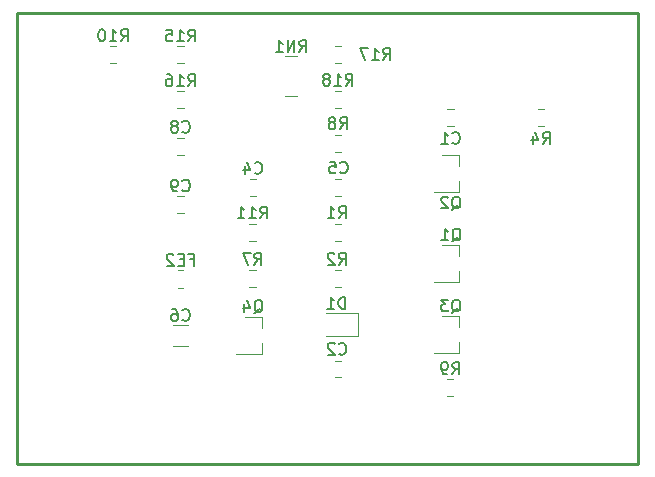
<source format=gbr>
G04 #@! TF.GenerationSoftware,KiCad,Pcbnew,5.1.9+dfsg1-1+deb11u1*
G04 #@! TF.CreationDate,2023-08-08T20:31:31+02:00*
G04 #@! TF.ProjectId,oprog_minimal,6f70726f-675f-46d6-996e-696d616c2e6b,rev?*
G04 #@! TF.SameCoordinates,PXa8d62b0PY5f13998*
G04 #@! TF.FileFunction,Legend,Bot*
G04 #@! TF.FilePolarity,Positive*
%FSLAX46Y46*%
G04 Gerber Fmt 4.6, Leading zero omitted, Abs format (unit mm)*
G04 Created by KiCad (PCBNEW 5.1.9+dfsg1-1+deb11u1) date 2023-08-08 20:31:31*
%MOMM*%
%LPD*%
G01*
G04 APERTURE LIST*
%ADD10C,0.240000*%
%ADD11C,0.120000*%
%ADD12C,0.150000*%
G04 APERTURE END LIST*
D10*
X254000Y-38481000D02*
X254000Y-254000D01*
X52832000Y-38481000D02*
X254000Y-38481000D01*
X52832000Y-254000D02*
X52832000Y-38481000D01*
X254000Y-254000D02*
X52832000Y-254000D01*
D11*
X13869936Y-22074200D02*
X14324064Y-22074200D01*
X13869936Y-23544200D02*
X14324064Y-23544200D01*
X27204936Y-6885000D02*
X27659064Y-6885000D01*
X27204936Y-8355000D02*
X27659064Y-8355000D01*
X27659064Y-4545000D02*
X27204936Y-4545000D01*
X27659064Y-3075000D02*
X27204936Y-3075000D01*
X37717000Y-19933800D02*
X36257000Y-19933800D01*
X37717000Y-23093800D02*
X35557000Y-23093800D01*
X37717000Y-23093800D02*
X37717000Y-22163800D01*
X37717000Y-19933800D02*
X37717000Y-20863800D01*
X23944200Y-7318800D02*
X22944200Y-7318800D01*
X23944200Y-3958800D02*
X22944200Y-3958800D01*
X37190178Y-32714000D02*
X36673022Y-32714000D01*
X37190178Y-31294000D02*
X36673022Y-31294000D01*
X27690578Y-12013000D02*
X27173422Y-12013000D01*
X27690578Y-10593000D02*
X27173422Y-10593000D01*
X14699064Y-26674400D02*
X13494936Y-26674400D01*
X14699064Y-28494400D02*
X13494936Y-28494400D01*
X20451578Y-18136800D02*
X19934422Y-18136800D01*
X20451578Y-19556800D02*
X19934422Y-19556800D01*
X27690578Y-29706500D02*
X27173422Y-29706500D01*
X27690578Y-31126500D02*
X27173422Y-31126500D01*
X36698422Y-9854000D02*
X37215578Y-9854000D01*
X36698422Y-8434000D02*
X37215578Y-8434000D01*
X19959822Y-15759500D02*
X20476978Y-15759500D01*
X19959822Y-14339500D02*
X20476978Y-14339500D01*
X27173422Y-15746800D02*
X27690578Y-15746800D01*
X27173422Y-14326800D02*
X27690578Y-14326800D01*
X14355578Y-10847000D02*
X13838422Y-10847000D01*
X14355578Y-12267000D02*
X13838422Y-12267000D01*
X14355578Y-15800000D02*
X13838422Y-15800000D01*
X14355578Y-17220000D02*
X13838422Y-17220000D01*
X26432000Y-25684600D02*
X29117000Y-25684600D01*
X29117000Y-25684600D02*
X29117000Y-27604600D01*
X29117000Y-27604600D02*
X26432000Y-27604600D01*
X37717000Y-12313800D02*
X37717000Y-13243800D01*
X37717000Y-15473800D02*
X37717000Y-14543800D01*
X37717000Y-15473800D02*
X35557000Y-15473800D01*
X37717000Y-12313800D02*
X36257000Y-12313800D01*
X37691600Y-25928200D02*
X37691600Y-26858200D01*
X37691600Y-29088200D02*
X37691600Y-28158200D01*
X37691600Y-29088200D02*
X35531600Y-29088200D01*
X37691600Y-25928200D02*
X36231600Y-25928200D01*
X20978400Y-25979000D02*
X20978400Y-26909000D01*
X20978400Y-29139000D02*
X20978400Y-28209000D01*
X20978400Y-29139000D02*
X18818400Y-29139000D01*
X20978400Y-25979000D02*
X19518400Y-25979000D01*
X27690578Y-18136800D02*
X27173422Y-18136800D01*
X27690578Y-19556800D02*
X27173422Y-19556800D01*
X27148022Y-23493800D02*
X27665178Y-23493800D01*
X27148022Y-22073800D02*
X27665178Y-22073800D01*
X44860978Y-8434000D02*
X44343822Y-8434000D01*
X44860978Y-9854000D02*
X44343822Y-9854000D01*
X8123422Y-4520000D02*
X8640578Y-4520000D01*
X8123422Y-3100000D02*
X8640578Y-3100000D01*
X19934422Y-23493800D02*
X20451578Y-23493800D01*
X19934422Y-22073800D02*
X20451578Y-22073800D01*
X14355578Y-3100000D02*
X13838422Y-3100000D01*
X14355578Y-4520000D02*
X13838422Y-4520000D01*
X13838422Y-8330000D02*
X14355578Y-8330000D01*
X13838422Y-6910000D02*
X14355578Y-6910000D01*
D12*
X14882714Y-21137571D02*
X15216047Y-21137571D01*
X15216047Y-21661380D02*
X15216047Y-20661380D01*
X14739857Y-20661380D01*
X14358904Y-21137571D02*
X14025571Y-21137571D01*
X13882714Y-21661380D02*
X14358904Y-21661380D01*
X14358904Y-20661380D01*
X13882714Y-20661380D01*
X13501761Y-20756619D02*
X13454142Y-20709000D01*
X13358904Y-20661380D01*
X13120809Y-20661380D01*
X13025571Y-20709000D01*
X12977952Y-20756619D01*
X12930333Y-20851857D01*
X12930333Y-20947095D01*
X12977952Y-21089952D01*
X13549380Y-21661380D01*
X12930333Y-21661380D01*
X28074857Y-6421380D02*
X28408190Y-5945190D01*
X28646285Y-6421380D02*
X28646285Y-5421380D01*
X28265333Y-5421380D01*
X28170095Y-5469000D01*
X28122476Y-5516619D01*
X28074857Y-5611857D01*
X28074857Y-5754714D01*
X28122476Y-5849952D01*
X28170095Y-5897571D01*
X28265333Y-5945190D01*
X28646285Y-5945190D01*
X27122476Y-6421380D02*
X27693904Y-6421380D01*
X27408190Y-6421380D02*
X27408190Y-5421380D01*
X27503428Y-5564238D01*
X27598666Y-5659476D01*
X27693904Y-5707095D01*
X26551047Y-5849952D02*
X26646285Y-5802333D01*
X26693904Y-5754714D01*
X26741523Y-5659476D01*
X26741523Y-5611857D01*
X26693904Y-5516619D01*
X26646285Y-5469000D01*
X26551047Y-5421380D01*
X26360571Y-5421380D01*
X26265333Y-5469000D01*
X26217714Y-5516619D01*
X26170095Y-5611857D01*
X26170095Y-5659476D01*
X26217714Y-5754714D01*
X26265333Y-5802333D01*
X26360571Y-5849952D01*
X26551047Y-5849952D01*
X26646285Y-5897571D01*
X26693904Y-5945190D01*
X26741523Y-6040428D01*
X26741523Y-6230904D01*
X26693904Y-6326142D01*
X26646285Y-6373761D01*
X26551047Y-6421380D01*
X26360571Y-6421380D01*
X26265333Y-6373761D01*
X26217714Y-6326142D01*
X26170095Y-6230904D01*
X26170095Y-6040428D01*
X26217714Y-5945190D01*
X26265333Y-5897571D01*
X26360571Y-5849952D01*
X31249857Y-4262380D02*
X31583190Y-3786190D01*
X31821285Y-4262380D02*
X31821285Y-3262380D01*
X31440333Y-3262380D01*
X31345095Y-3310000D01*
X31297476Y-3357619D01*
X31249857Y-3452857D01*
X31249857Y-3595714D01*
X31297476Y-3690952D01*
X31345095Y-3738571D01*
X31440333Y-3786190D01*
X31821285Y-3786190D01*
X30297476Y-4262380D02*
X30868904Y-4262380D01*
X30583190Y-4262380D02*
X30583190Y-3262380D01*
X30678428Y-3405238D01*
X30773666Y-3500476D01*
X30868904Y-3548095D01*
X29964142Y-3262380D02*
X29297476Y-3262380D01*
X29726047Y-4262380D01*
X37077638Y-19623019D02*
X37172876Y-19575400D01*
X37268114Y-19480161D01*
X37410971Y-19337304D01*
X37506209Y-19289685D01*
X37601447Y-19289685D01*
X37553828Y-19527780D02*
X37649066Y-19480161D01*
X37744304Y-19384923D01*
X37791923Y-19194447D01*
X37791923Y-18861114D01*
X37744304Y-18670638D01*
X37649066Y-18575400D01*
X37553828Y-18527780D01*
X37363352Y-18527780D01*
X37268114Y-18575400D01*
X37172876Y-18670638D01*
X37125257Y-18861114D01*
X37125257Y-19194447D01*
X37172876Y-19384923D01*
X37268114Y-19480161D01*
X37363352Y-19527780D01*
X37553828Y-19527780D01*
X36172876Y-19527780D02*
X36744304Y-19527780D01*
X36458590Y-19527780D02*
X36458590Y-18527780D01*
X36553828Y-18670638D01*
X36649066Y-18765876D01*
X36744304Y-18813495D01*
X24160076Y-3576580D02*
X24493409Y-3100390D01*
X24731504Y-3576580D02*
X24731504Y-2576580D01*
X24350552Y-2576580D01*
X24255314Y-2624200D01*
X24207695Y-2671819D01*
X24160076Y-2767057D01*
X24160076Y-2909914D01*
X24207695Y-3005152D01*
X24255314Y-3052771D01*
X24350552Y-3100390D01*
X24731504Y-3100390D01*
X23731504Y-3576580D02*
X23731504Y-2576580D01*
X23160076Y-3576580D01*
X23160076Y-2576580D01*
X22160076Y-3576580D02*
X22731504Y-3576580D01*
X22445790Y-3576580D02*
X22445790Y-2576580D01*
X22541028Y-2719438D01*
X22636266Y-2814676D01*
X22731504Y-2862295D01*
X37123666Y-30856180D02*
X37457000Y-30379990D01*
X37695095Y-30856180D02*
X37695095Y-29856180D01*
X37314142Y-29856180D01*
X37218904Y-29903800D01*
X37171285Y-29951419D01*
X37123666Y-30046657D01*
X37123666Y-30189514D01*
X37171285Y-30284752D01*
X37218904Y-30332371D01*
X37314142Y-30379990D01*
X37695095Y-30379990D01*
X36647476Y-30856180D02*
X36457000Y-30856180D01*
X36361761Y-30808561D01*
X36314142Y-30760942D01*
X36218904Y-30618085D01*
X36171285Y-30427609D01*
X36171285Y-30046657D01*
X36218904Y-29951419D01*
X36266523Y-29903800D01*
X36361761Y-29856180D01*
X36552238Y-29856180D01*
X36647476Y-29903800D01*
X36695095Y-29951419D01*
X36742714Y-30046657D01*
X36742714Y-30284752D01*
X36695095Y-30379990D01*
X36647476Y-30427609D01*
X36552238Y-30475228D01*
X36361761Y-30475228D01*
X36266523Y-30427609D01*
X36218904Y-30379990D01*
X36171285Y-30284752D01*
X27598666Y-10105380D02*
X27932000Y-9629190D01*
X28170095Y-10105380D02*
X28170095Y-9105380D01*
X27789142Y-9105380D01*
X27693904Y-9153000D01*
X27646285Y-9200619D01*
X27598666Y-9295857D01*
X27598666Y-9438714D01*
X27646285Y-9533952D01*
X27693904Y-9581571D01*
X27789142Y-9629190D01*
X28170095Y-9629190D01*
X27027238Y-9533952D02*
X27122476Y-9486333D01*
X27170095Y-9438714D01*
X27217714Y-9343476D01*
X27217714Y-9295857D01*
X27170095Y-9200619D01*
X27122476Y-9153000D01*
X27027238Y-9105380D01*
X26836761Y-9105380D01*
X26741523Y-9153000D01*
X26693904Y-9200619D01*
X26646285Y-9295857D01*
X26646285Y-9343476D01*
X26693904Y-9438714D01*
X26741523Y-9486333D01*
X26836761Y-9533952D01*
X27027238Y-9533952D01*
X27122476Y-9581571D01*
X27170095Y-9629190D01*
X27217714Y-9724428D01*
X27217714Y-9914904D01*
X27170095Y-10010142D01*
X27122476Y-10057761D01*
X27027238Y-10105380D01*
X26836761Y-10105380D01*
X26741523Y-10057761D01*
X26693904Y-10010142D01*
X26646285Y-9914904D01*
X26646285Y-9724428D01*
X26693904Y-9629190D01*
X26741523Y-9581571D01*
X26836761Y-9533952D01*
X14263666Y-26265142D02*
X14311285Y-26312761D01*
X14454142Y-26360380D01*
X14549380Y-26360380D01*
X14692238Y-26312761D01*
X14787476Y-26217523D01*
X14835095Y-26122285D01*
X14882714Y-25931809D01*
X14882714Y-25788952D01*
X14835095Y-25598476D01*
X14787476Y-25503238D01*
X14692238Y-25408000D01*
X14549380Y-25360380D01*
X14454142Y-25360380D01*
X14311285Y-25408000D01*
X14263666Y-25455619D01*
X13406523Y-25360380D02*
X13597000Y-25360380D01*
X13692238Y-25408000D01*
X13739857Y-25455619D01*
X13835095Y-25598476D01*
X13882714Y-25788952D01*
X13882714Y-26169904D01*
X13835095Y-26265142D01*
X13787476Y-26312761D01*
X13692238Y-26360380D01*
X13501761Y-26360380D01*
X13406523Y-26312761D01*
X13358904Y-26265142D01*
X13311285Y-26169904D01*
X13311285Y-25931809D01*
X13358904Y-25836571D01*
X13406523Y-25788952D01*
X13501761Y-25741333D01*
X13692238Y-25741333D01*
X13787476Y-25788952D01*
X13835095Y-25836571D01*
X13882714Y-25931809D01*
X20835857Y-17673580D02*
X21169190Y-17197390D01*
X21407285Y-17673580D02*
X21407285Y-16673580D01*
X21026333Y-16673580D01*
X20931095Y-16721200D01*
X20883476Y-16768819D01*
X20835857Y-16864057D01*
X20835857Y-17006914D01*
X20883476Y-17102152D01*
X20931095Y-17149771D01*
X21026333Y-17197390D01*
X21407285Y-17197390D01*
X19883476Y-17673580D02*
X20454904Y-17673580D01*
X20169190Y-17673580D02*
X20169190Y-16673580D01*
X20264428Y-16816438D01*
X20359666Y-16911676D01*
X20454904Y-16959295D01*
X18931095Y-17673580D02*
X19502523Y-17673580D01*
X19216809Y-17673580D02*
X19216809Y-16673580D01*
X19312047Y-16816438D01*
X19407285Y-16911676D01*
X19502523Y-16959295D01*
X27522466Y-29109942D02*
X27570085Y-29157561D01*
X27712942Y-29205180D01*
X27808180Y-29205180D01*
X27951038Y-29157561D01*
X28046276Y-29062323D01*
X28093895Y-28967085D01*
X28141514Y-28776609D01*
X28141514Y-28633752D01*
X28093895Y-28443276D01*
X28046276Y-28348038D01*
X27951038Y-28252800D01*
X27808180Y-28205180D01*
X27712942Y-28205180D01*
X27570085Y-28252800D01*
X27522466Y-28300419D01*
X27141514Y-28300419D02*
X27093895Y-28252800D01*
X26998657Y-28205180D01*
X26760561Y-28205180D01*
X26665323Y-28252800D01*
X26617704Y-28300419D01*
X26570085Y-28395657D01*
X26570085Y-28490895D01*
X26617704Y-28633752D01*
X27189133Y-29205180D01*
X26570085Y-29205180D01*
X37123666Y-11279142D02*
X37171285Y-11326761D01*
X37314142Y-11374380D01*
X37409380Y-11374380D01*
X37552238Y-11326761D01*
X37647476Y-11231523D01*
X37695095Y-11136285D01*
X37742714Y-10945809D01*
X37742714Y-10802952D01*
X37695095Y-10612476D01*
X37647476Y-10517238D01*
X37552238Y-10422000D01*
X37409380Y-10374380D01*
X37314142Y-10374380D01*
X37171285Y-10422000D01*
X37123666Y-10469619D01*
X36171285Y-11374380D02*
X36742714Y-11374380D01*
X36457000Y-11374380D02*
X36457000Y-10374380D01*
X36552238Y-10517238D01*
X36647476Y-10612476D01*
X36742714Y-10660095D01*
X20385066Y-13806442D02*
X20432685Y-13854061D01*
X20575542Y-13901680D01*
X20670780Y-13901680D01*
X20813638Y-13854061D01*
X20908876Y-13758823D01*
X20956495Y-13663585D01*
X21004114Y-13473109D01*
X21004114Y-13330252D01*
X20956495Y-13139776D01*
X20908876Y-13044538D01*
X20813638Y-12949300D01*
X20670780Y-12901680D01*
X20575542Y-12901680D01*
X20432685Y-12949300D01*
X20385066Y-12996919D01*
X19527923Y-13235014D02*
X19527923Y-13901680D01*
X19766019Y-12854061D02*
X20004114Y-13568347D01*
X19385066Y-13568347D01*
X27624066Y-13768342D02*
X27671685Y-13815961D01*
X27814542Y-13863580D01*
X27909780Y-13863580D01*
X28052638Y-13815961D01*
X28147876Y-13720723D01*
X28195495Y-13625485D01*
X28243114Y-13435009D01*
X28243114Y-13292152D01*
X28195495Y-13101676D01*
X28147876Y-13006438D01*
X28052638Y-12911200D01*
X27909780Y-12863580D01*
X27814542Y-12863580D01*
X27671685Y-12911200D01*
X27624066Y-12958819D01*
X26719304Y-12863580D02*
X27195495Y-12863580D01*
X27243114Y-13339771D01*
X27195495Y-13292152D01*
X27100257Y-13244533D01*
X26862161Y-13244533D01*
X26766923Y-13292152D01*
X26719304Y-13339771D01*
X26671685Y-13435009D01*
X26671685Y-13673104D01*
X26719304Y-13768342D01*
X26766923Y-13815961D01*
X26862161Y-13863580D01*
X27100257Y-13863580D01*
X27195495Y-13815961D01*
X27243114Y-13768342D01*
X14263666Y-10313942D02*
X14311285Y-10361561D01*
X14454142Y-10409180D01*
X14549380Y-10409180D01*
X14692238Y-10361561D01*
X14787476Y-10266323D01*
X14835095Y-10171085D01*
X14882714Y-9980609D01*
X14882714Y-9837752D01*
X14835095Y-9647276D01*
X14787476Y-9552038D01*
X14692238Y-9456800D01*
X14549380Y-9409180D01*
X14454142Y-9409180D01*
X14311285Y-9456800D01*
X14263666Y-9504419D01*
X13692238Y-9837752D02*
X13787476Y-9790133D01*
X13835095Y-9742514D01*
X13882714Y-9647276D01*
X13882714Y-9599657D01*
X13835095Y-9504419D01*
X13787476Y-9456800D01*
X13692238Y-9409180D01*
X13501761Y-9409180D01*
X13406523Y-9456800D01*
X13358904Y-9504419D01*
X13311285Y-9599657D01*
X13311285Y-9647276D01*
X13358904Y-9742514D01*
X13406523Y-9790133D01*
X13501761Y-9837752D01*
X13692238Y-9837752D01*
X13787476Y-9885371D01*
X13835095Y-9932990D01*
X13882714Y-10028228D01*
X13882714Y-10218704D01*
X13835095Y-10313942D01*
X13787476Y-10361561D01*
X13692238Y-10409180D01*
X13501761Y-10409180D01*
X13406523Y-10361561D01*
X13358904Y-10313942D01*
X13311285Y-10218704D01*
X13311285Y-10028228D01*
X13358904Y-9932990D01*
X13406523Y-9885371D01*
X13501761Y-9837752D01*
X14263666Y-15292342D02*
X14311285Y-15339961D01*
X14454142Y-15387580D01*
X14549380Y-15387580D01*
X14692238Y-15339961D01*
X14787476Y-15244723D01*
X14835095Y-15149485D01*
X14882714Y-14959009D01*
X14882714Y-14816152D01*
X14835095Y-14625676D01*
X14787476Y-14530438D01*
X14692238Y-14435200D01*
X14549380Y-14387580D01*
X14454142Y-14387580D01*
X14311285Y-14435200D01*
X14263666Y-14482819D01*
X13787476Y-15387580D02*
X13597000Y-15387580D01*
X13501761Y-15339961D01*
X13454142Y-15292342D01*
X13358904Y-15149485D01*
X13311285Y-14959009D01*
X13311285Y-14578057D01*
X13358904Y-14482819D01*
X13406523Y-14435200D01*
X13501761Y-14387580D01*
X13692238Y-14387580D01*
X13787476Y-14435200D01*
X13835095Y-14482819D01*
X13882714Y-14578057D01*
X13882714Y-14816152D01*
X13835095Y-14911390D01*
X13787476Y-14959009D01*
X13692238Y-15006628D01*
X13501761Y-15006628D01*
X13406523Y-14959009D01*
X13358904Y-14911390D01*
X13311285Y-14816152D01*
X28043095Y-25318980D02*
X28043095Y-24318980D01*
X27805000Y-24318980D01*
X27662142Y-24366600D01*
X27566904Y-24461838D01*
X27519285Y-24557076D01*
X27471666Y-24747552D01*
X27471666Y-24890409D01*
X27519285Y-25080885D01*
X27566904Y-25176123D01*
X27662142Y-25271361D01*
X27805000Y-25318980D01*
X28043095Y-25318980D01*
X26519285Y-25318980D02*
X27090714Y-25318980D01*
X26805000Y-25318980D02*
X26805000Y-24318980D01*
X26900238Y-24461838D01*
X26995476Y-24557076D01*
X27090714Y-24604695D01*
X37052238Y-16917919D02*
X37147476Y-16870300D01*
X37242714Y-16775061D01*
X37385571Y-16632204D01*
X37480809Y-16584585D01*
X37576047Y-16584585D01*
X37528428Y-16822680D02*
X37623666Y-16775061D01*
X37718904Y-16679823D01*
X37766523Y-16489347D01*
X37766523Y-16156014D01*
X37718904Y-15965538D01*
X37623666Y-15870300D01*
X37528428Y-15822680D01*
X37337952Y-15822680D01*
X37242714Y-15870300D01*
X37147476Y-15965538D01*
X37099857Y-16156014D01*
X37099857Y-16489347D01*
X37147476Y-16679823D01*
X37242714Y-16775061D01*
X37337952Y-16822680D01*
X37528428Y-16822680D01*
X36718904Y-15917919D02*
X36671285Y-15870300D01*
X36576047Y-15822680D01*
X36337952Y-15822680D01*
X36242714Y-15870300D01*
X36195095Y-15917919D01*
X36147476Y-16013157D01*
X36147476Y-16108395D01*
X36195095Y-16251252D01*
X36766523Y-16822680D01*
X36147476Y-16822680D01*
X37052238Y-25642819D02*
X37147476Y-25595200D01*
X37242714Y-25499961D01*
X37385571Y-25357104D01*
X37480809Y-25309485D01*
X37576047Y-25309485D01*
X37528428Y-25547580D02*
X37623666Y-25499961D01*
X37718904Y-25404723D01*
X37766523Y-25214247D01*
X37766523Y-24880914D01*
X37718904Y-24690438D01*
X37623666Y-24595200D01*
X37528428Y-24547580D01*
X37337952Y-24547580D01*
X37242714Y-24595200D01*
X37147476Y-24690438D01*
X37099857Y-24880914D01*
X37099857Y-25214247D01*
X37147476Y-25404723D01*
X37242714Y-25499961D01*
X37337952Y-25547580D01*
X37528428Y-25547580D01*
X36766523Y-24547580D02*
X36147476Y-24547580D01*
X36480809Y-24928533D01*
X36337952Y-24928533D01*
X36242714Y-24976152D01*
X36195095Y-25023771D01*
X36147476Y-25119009D01*
X36147476Y-25357104D01*
X36195095Y-25452342D01*
X36242714Y-25499961D01*
X36337952Y-25547580D01*
X36623666Y-25547580D01*
X36718904Y-25499961D01*
X36766523Y-25452342D01*
X20313638Y-25693619D02*
X20408876Y-25646000D01*
X20504114Y-25550761D01*
X20646971Y-25407904D01*
X20742209Y-25360285D01*
X20837447Y-25360285D01*
X20789828Y-25598380D02*
X20885066Y-25550761D01*
X20980304Y-25455523D01*
X21027923Y-25265047D01*
X21027923Y-24931714D01*
X20980304Y-24741238D01*
X20885066Y-24646000D01*
X20789828Y-24598380D01*
X20599352Y-24598380D01*
X20504114Y-24646000D01*
X20408876Y-24741238D01*
X20361257Y-24931714D01*
X20361257Y-25265047D01*
X20408876Y-25455523D01*
X20504114Y-25550761D01*
X20599352Y-25598380D01*
X20789828Y-25598380D01*
X19504114Y-24931714D02*
X19504114Y-25598380D01*
X19742209Y-24550761D02*
X19980304Y-25265047D01*
X19361257Y-25265047D01*
X27497066Y-17648180D02*
X27830400Y-17171990D01*
X28068495Y-17648180D02*
X28068495Y-16648180D01*
X27687542Y-16648180D01*
X27592304Y-16695800D01*
X27544685Y-16743419D01*
X27497066Y-16838657D01*
X27497066Y-16981514D01*
X27544685Y-17076752D01*
X27592304Y-17124371D01*
X27687542Y-17171990D01*
X28068495Y-17171990D01*
X26544685Y-17648180D02*
X27116114Y-17648180D01*
X26830400Y-17648180D02*
X26830400Y-16648180D01*
X26925638Y-16791038D01*
X27020876Y-16886276D01*
X27116114Y-16933895D01*
X27497066Y-21585180D02*
X27830400Y-21108990D01*
X28068495Y-21585180D02*
X28068495Y-20585180D01*
X27687542Y-20585180D01*
X27592304Y-20632800D01*
X27544685Y-20680419D01*
X27497066Y-20775657D01*
X27497066Y-20918514D01*
X27544685Y-21013752D01*
X27592304Y-21061371D01*
X27687542Y-21108990D01*
X28068495Y-21108990D01*
X27116114Y-20680419D02*
X27068495Y-20632800D01*
X26973257Y-20585180D01*
X26735161Y-20585180D01*
X26639923Y-20632800D01*
X26592304Y-20680419D01*
X26544685Y-20775657D01*
X26544685Y-20870895D01*
X26592304Y-21013752D01*
X27163733Y-21585180D01*
X26544685Y-21585180D01*
X44769066Y-11374380D02*
X45102400Y-10898190D01*
X45340495Y-11374380D02*
X45340495Y-10374380D01*
X44959542Y-10374380D01*
X44864304Y-10422000D01*
X44816685Y-10469619D01*
X44769066Y-10564857D01*
X44769066Y-10707714D01*
X44816685Y-10802952D01*
X44864304Y-10850571D01*
X44959542Y-10898190D01*
X45340495Y-10898190D01*
X43911923Y-10707714D02*
X43911923Y-11374380D01*
X44150019Y-10326761D02*
X44388114Y-11041047D01*
X43769066Y-11041047D01*
X9050257Y-2662180D02*
X9383590Y-2185990D01*
X9621685Y-2662180D02*
X9621685Y-1662180D01*
X9240733Y-1662180D01*
X9145495Y-1709800D01*
X9097876Y-1757419D01*
X9050257Y-1852657D01*
X9050257Y-1995514D01*
X9097876Y-2090752D01*
X9145495Y-2138371D01*
X9240733Y-2185990D01*
X9621685Y-2185990D01*
X8097876Y-2662180D02*
X8669304Y-2662180D01*
X8383590Y-2662180D02*
X8383590Y-1662180D01*
X8478828Y-1805038D01*
X8574066Y-1900276D01*
X8669304Y-1947895D01*
X7478828Y-1662180D02*
X7383590Y-1662180D01*
X7288352Y-1709800D01*
X7240733Y-1757419D01*
X7193114Y-1852657D01*
X7145495Y-2043133D01*
X7145495Y-2281228D01*
X7193114Y-2471704D01*
X7240733Y-2566942D01*
X7288352Y-2614561D01*
X7383590Y-2662180D01*
X7478828Y-2662180D01*
X7574066Y-2614561D01*
X7621685Y-2566942D01*
X7669304Y-2471704D01*
X7716923Y-2281228D01*
X7716923Y-2043133D01*
X7669304Y-1852657D01*
X7621685Y-1757419D01*
X7574066Y-1709800D01*
X7478828Y-1662180D01*
X20359666Y-21585180D02*
X20693000Y-21108990D01*
X20931095Y-21585180D02*
X20931095Y-20585180D01*
X20550142Y-20585180D01*
X20454904Y-20632800D01*
X20407285Y-20680419D01*
X20359666Y-20775657D01*
X20359666Y-20918514D01*
X20407285Y-21013752D01*
X20454904Y-21061371D01*
X20550142Y-21108990D01*
X20931095Y-21108990D01*
X20026333Y-20585180D02*
X19359666Y-20585180D01*
X19788238Y-21585180D01*
X14739857Y-2687580D02*
X15073190Y-2211390D01*
X15311285Y-2687580D02*
X15311285Y-1687580D01*
X14930333Y-1687580D01*
X14835095Y-1735200D01*
X14787476Y-1782819D01*
X14739857Y-1878057D01*
X14739857Y-2020914D01*
X14787476Y-2116152D01*
X14835095Y-2163771D01*
X14930333Y-2211390D01*
X15311285Y-2211390D01*
X13787476Y-2687580D02*
X14358904Y-2687580D01*
X14073190Y-2687580D02*
X14073190Y-1687580D01*
X14168428Y-1830438D01*
X14263666Y-1925676D01*
X14358904Y-1973295D01*
X12882714Y-1687580D02*
X13358904Y-1687580D01*
X13406523Y-2163771D01*
X13358904Y-2116152D01*
X13263666Y-2068533D01*
X13025571Y-2068533D01*
X12930333Y-2116152D01*
X12882714Y-2163771D01*
X12835095Y-2259009D01*
X12835095Y-2497104D01*
X12882714Y-2592342D01*
X12930333Y-2639961D01*
X13025571Y-2687580D01*
X13263666Y-2687580D01*
X13358904Y-2639961D01*
X13406523Y-2592342D01*
X14739857Y-6472180D02*
X15073190Y-5995990D01*
X15311285Y-6472180D02*
X15311285Y-5472180D01*
X14930333Y-5472180D01*
X14835095Y-5519800D01*
X14787476Y-5567419D01*
X14739857Y-5662657D01*
X14739857Y-5805514D01*
X14787476Y-5900752D01*
X14835095Y-5948371D01*
X14930333Y-5995990D01*
X15311285Y-5995990D01*
X13787476Y-6472180D02*
X14358904Y-6472180D01*
X14073190Y-6472180D02*
X14073190Y-5472180D01*
X14168428Y-5615038D01*
X14263666Y-5710276D01*
X14358904Y-5757895D01*
X12930333Y-5472180D02*
X13120809Y-5472180D01*
X13216047Y-5519800D01*
X13263666Y-5567419D01*
X13358904Y-5710276D01*
X13406523Y-5900752D01*
X13406523Y-6281704D01*
X13358904Y-6376942D01*
X13311285Y-6424561D01*
X13216047Y-6472180D01*
X13025571Y-6472180D01*
X12930333Y-6424561D01*
X12882714Y-6376942D01*
X12835095Y-6281704D01*
X12835095Y-6043609D01*
X12882714Y-5948371D01*
X12930333Y-5900752D01*
X13025571Y-5853133D01*
X13216047Y-5853133D01*
X13311285Y-5900752D01*
X13358904Y-5948371D01*
X13406523Y-6043609D01*
M02*

</source>
